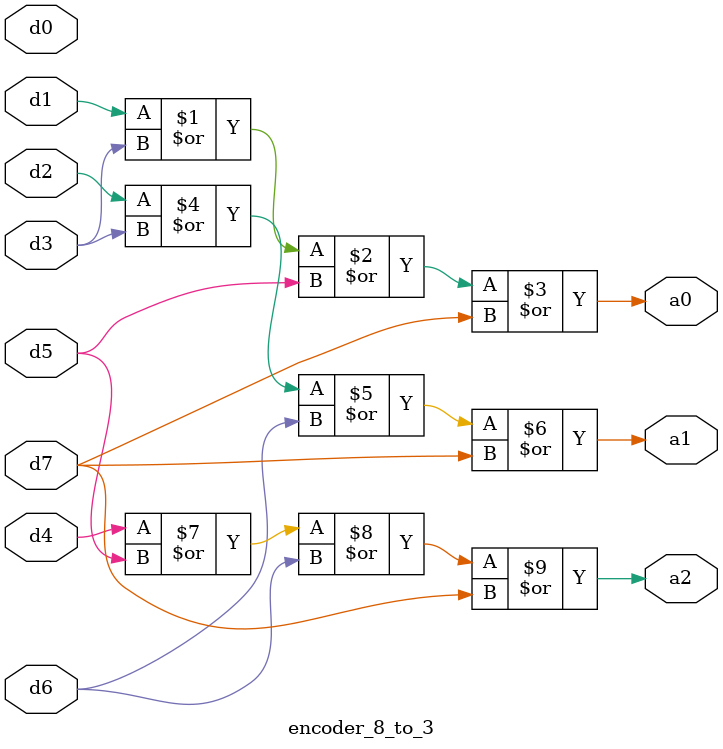
<source format=v>
module encoder_8_to_3(a0,a1,a2,d0,d1,d2,d3,d4,d5,d6,d7);input d0,d1,d2,d3,d4,d5,d6,d7;
output a0,a1,a2;
or g1(a0,d1,d3,d5,d7);
or g2(a1,d2,d3,d6,d7);
or g3(a2,d4,d5,d6,d7);
endmodule

</source>
